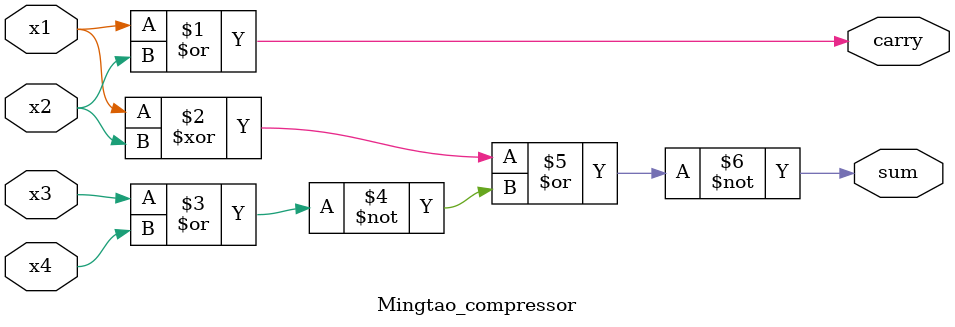
<source format=v>
module Mingtao_compressor(
    input x1,
    input x2,
    input x3,
    input x4,
    output sum,
    output carry    
);

assign carry = x1 | x2;
assign sum = ~( (x1 ^ x2) | ~(x3 | x4) );


endmodule

</source>
